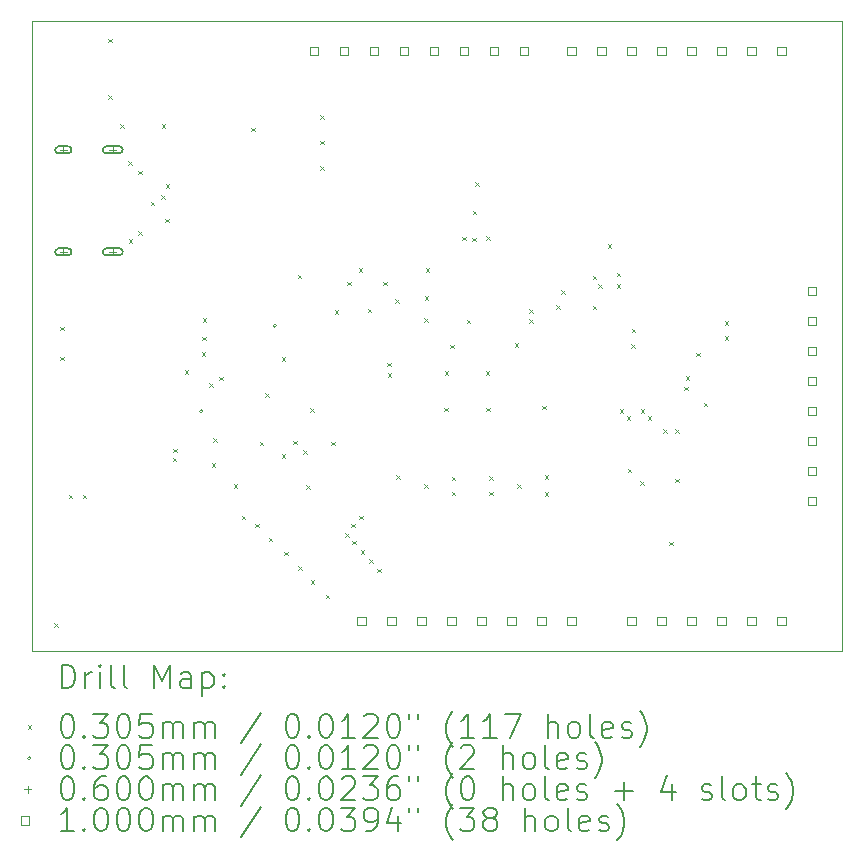
<source format=gbr>
%TF.GenerationSoftware,KiCad,Pcbnew,(6.0.7-1)-1*%
%TF.CreationDate,2023-03-19T13:44:50-04:00*%
%TF.ProjectId,smu_base,736d755f-6261-4736-952e-6b696361645f,rev?*%
%TF.SameCoordinates,Original*%
%TF.FileFunction,Drillmap*%
%TF.FilePolarity,Positive*%
%FSLAX45Y45*%
G04 Gerber Fmt 4.5, Leading zero omitted, Abs format (unit mm)*
G04 Created by KiCad (PCBNEW (6.0.7-1)-1) date 2023-03-19 13:44:50*
%MOMM*%
%LPD*%
G01*
G04 APERTURE LIST*
%ADD10C,0.100000*%
%ADD11C,0.200000*%
%ADD12C,0.030480*%
%ADD13C,0.060000*%
G04 APERTURE END LIST*
D10*
X17272000Y-13462000D02*
X10414000Y-13462000D01*
X10414000Y-13462000D02*
X10414000Y-8128000D01*
X10414000Y-8128000D02*
X17272000Y-8128000D01*
X17272000Y-8128000D02*
X17272000Y-13462000D01*
D11*
D12*
X10604500Y-13225780D02*
X10634980Y-13256260D01*
X10634980Y-13225780D02*
X10604500Y-13256260D01*
X10652760Y-10716260D02*
X10683240Y-10746740D01*
X10683240Y-10716260D02*
X10652760Y-10746740D01*
X10652760Y-10970260D02*
X10683240Y-11000740D01*
X10683240Y-10970260D02*
X10652760Y-11000740D01*
X10725160Y-12139160D02*
X10755640Y-12169640D01*
X10755640Y-12139160D02*
X10725160Y-12169640D01*
X10845160Y-12139300D02*
X10875640Y-12169780D01*
X10875640Y-12139300D02*
X10845160Y-12169780D01*
X11060460Y-8279160D02*
X11090940Y-8309640D01*
X11090940Y-8279160D02*
X11060460Y-8309640D01*
X11060460Y-8759160D02*
X11090940Y-8789640D01*
X11090940Y-8759160D02*
X11060460Y-8789640D01*
X11163300Y-9001760D02*
X11193780Y-9032240D01*
X11193780Y-9001760D02*
X11163300Y-9032240D01*
X11231880Y-9316720D02*
X11262360Y-9347200D01*
X11262360Y-9316720D02*
X11231880Y-9347200D01*
X11234420Y-9974580D02*
X11264900Y-10005060D01*
X11264900Y-9974580D02*
X11234420Y-10005060D01*
X11315700Y-9395460D02*
X11346180Y-9425940D01*
X11346180Y-9395460D02*
X11315700Y-9425940D01*
X11315700Y-9911080D02*
X11346180Y-9941560D01*
X11346180Y-9911080D02*
X11315700Y-9941560D01*
X11419840Y-9658470D02*
X11450320Y-9688950D01*
X11450320Y-9658470D02*
X11419840Y-9688950D01*
X11511280Y-9603740D02*
X11541760Y-9634220D01*
X11541760Y-9603740D02*
X11511280Y-9634220D01*
X11513820Y-9001760D02*
X11544300Y-9032240D01*
X11544300Y-9001760D02*
X11513820Y-9032240D01*
X11544300Y-9801860D02*
X11574780Y-9832340D01*
X11574780Y-9801860D02*
X11544300Y-9832340D01*
X11546260Y-9508760D02*
X11576740Y-9539240D01*
X11576740Y-9508760D02*
X11546260Y-9539240D01*
X11607716Y-11826145D02*
X11638196Y-11856625D01*
X11638196Y-11826145D02*
X11607716Y-11856625D01*
X11610340Y-11750040D02*
X11640820Y-11780520D01*
X11640820Y-11750040D02*
X11610340Y-11780520D01*
X11709400Y-11087423D02*
X11739880Y-11117903D01*
X11739880Y-11087423D02*
X11709400Y-11117903D01*
X11851640Y-10932483D02*
X11882120Y-10962963D01*
X11882120Y-10932483D02*
X11851640Y-10962963D01*
X11855070Y-10801923D02*
X11885550Y-10832403D01*
X11885550Y-10801923D02*
X11855070Y-10832403D01*
X11859260Y-10642923D02*
X11889740Y-10673403D01*
X11889740Y-10642923D02*
X11859260Y-10673403D01*
X11915140Y-11193293D02*
X11945620Y-11223773D01*
X11945620Y-11193293D02*
X11915140Y-11223773D01*
X11935460Y-11874823D02*
X11965940Y-11905303D01*
X11965940Y-11874823D02*
X11935460Y-11905303D01*
X11948160Y-11661463D02*
X11978640Y-11691943D01*
X11978640Y-11661463D02*
X11948160Y-11691943D01*
X12000699Y-11139081D02*
X12031179Y-11169561D01*
X12031179Y-11139081D02*
X12000699Y-11169561D01*
X12123420Y-12052623D02*
X12153900Y-12083103D01*
X12153900Y-12052623D02*
X12123420Y-12083103D01*
X12192000Y-12316460D02*
X12222480Y-12346940D01*
X12222480Y-12316460D02*
X12192000Y-12346940D01*
X12273510Y-9032010D02*
X12303990Y-9062490D01*
X12303990Y-9032010D02*
X12273510Y-9062490D01*
X12303760Y-12385040D02*
X12334240Y-12415520D01*
X12334240Y-12385040D02*
X12303760Y-12415520D01*
X12341730Y-11689403D02*
X12372210Y-11719883D01*
X12372210Y-11689403D02*
X12341730Y-11719883D01*
X12390120Y-11277923D02*
X12420600Y-11308403D01*
X12420600Y-11277923D02*
X12390120Y-11308403D01*
X12418060Y-12504420D02*
X12448540Y-12534900D01*
X12448540Y-12504420D02*
X12418060Y-12534900D01*
X12529690Y-11798623D02*
X12560170Y-11829103D01*
X12560170Y-11798623D02*
X12529690Y-11829103D01*
X12529820Y-10975340D02*
X12560300Y-11005820D01*
X12560300Y-10975340D02*
X12529820Y-11005820D01*
X12550140Y-12623800D02*
X12580620Y-12654280D01*
X12580620Y-12623800D02*
X12550140Y-12654280D01*
X12629577Y-11683303D02*
X12660057Y-11713783D01*
X12660057Y-11683303D02*
X12629577Y-11713783D01*
X12665660Y-10275943D02*
X12696140Y-10306423D01*
X12696140Y-10275943D02*
X12665660Y-10306423D01*
X12666980Y-12743180D02*
X12697460Y-12773660D01*
X12697460Y-12743180D02*
X12666980Y-12773660D01*
X12713810Y-11764363D02*
X12744290Y-11794843D01*
X12744290Y-11764363D02*
X12713810Y-11794843D01*
X12737970Y-12057703D02*
X12768450Y-12088183D01*
X12768450Y-12057703D02*
X12737970Y-12088183D01*
X12771120Y-11404923D02*
X12801600Y-11435403D01*
X12801600Y-11404923D02*
X12771120Y-11435403D01*
X12776200Y-12865100D02*
X12806680Y-12895580D01*
X12806680Y-12865100D02*
X12776200Y-12895580D01*
X12857480Y-8925560D02*
X12887960Y-8956040D01*
X12887960Y-8925560D02*
X12857480Y-8956040D01*
X12857480Y-9141460D02*
X12887960Y-9171940D01*
X12887960Y-9141460D02*
X12857480Y-9171940D01*
X12857480Y-9357360D02*
X12887960Y-9387840D01*
X12887960Y-9357360D02*
X12857480Y-9387840D01*
X12902920Y-12984760D02*
X12933400Y-13015240D01*
X12933400Y-12984760D02*
X12902920Y-13015240D01*
X12948790Y-11689403D02*
X12979270Y-11719883D01*
X12979270Y-11689403D02*
X12948790Y-11719883D01*
X12978160Y-10578123D02*
X13008640Y-10608603D01*
X13008640Y-10578123D02*
X12978160Y-10608603D01*
X13065760Y-12466320D02*
X13096240Y-12496800D01*
X13096240Y-12466320D02*
X13065760Y-12496800D01*
X13086498Y-10335678D02*
X13116978Y-10366158D01*
X13116978Y-10335678D02*
X13086498Y-10366158D01*
X13119100Y-12385040D02*
X13149580Y-12415520D01*
X13149580Y-12385040D02*
X13119100Y-12415520D01*
X13126720Y-12529820D02*
X13157200Y-12560300D01*
X13157200Y-12529820D02*
X13126720Y-12560300D01*
X13180060Y-10223500D02*
X13210540Y-10253980D01*
X13210540Y-10223500D02*
X13180060Y-10253980D01*
X13187680Y-12316460D02*
X13218160Y-12346940D01*
X13218160Y-12316460D02*
X13187680Y-12346940D01*
X13197840Y-12608560D02*
X13228320Y-12639040D01*
X13228320Y-12608560D02*
X13197840Y-12639040D01*
X13256260Y-10566400D02*
X13286740Y-10596880D01*
X13286740Y-10566400D02*
X13256260Y-10596880D01*
X13268960Y-12684760D02*
X13299440Y-12715240D01*
X13299440Y-12684760D02*
X13268960Y-12715240D01*
X13340080Y-12766040D02*
X13370560Y-12796520D01*
X13370560Y-12766040D02*
X13340080Y-12796520D01*
X13388340Y-10335260D02*
X13418820Y-10365740D01*
X13418820Y-10335260D02*
X13388340Y-10365740D01*
X13423900Y-11023600D02*
X13454380Y-11054080D01*
X13454380Y-11023600D02*
X13423900Y-11054080D01*
X13426440Y-11109960D02*
X13456920Y-11140440D01*
X13456920Y-11109960D02*
X13426440Y-11140440D01*
X13491140Y-10486460D02*
X13521620Y-10516940D01*
X13521620Y-10486460D02*
X13491140Y-10516940D01*
X13497560Y-11972340D02*
X13528040Y-12002820D01*
X13528040Y-11972340D02*
X13497560Y-12002820D01*
X13733780Y-10647680D02*
X13764260Y-10678160D01*
X13764260Y-10647680D02*
X13733780Y-10678160D01*
X13735000Y-12049760D02*
X13765480Y-12080240D01*
X13765480Y-12049760D02*
X13735000Y-12080240D01*
X13738860Y-10457180D02*
X13769340Y-10487660D01*
X13769340Y-10457180D02*
X13738860Y-10487660D01*
X13749020Y-10223500D02*
X13779500Y-10253980D01*
X13779500Y-10223500D02*
X13749020Y-10253980D01*
X13903960Y-11404600D02*
X13934440Y-11435080D01*
X13934440Y-11404600D02*
X13903960Y-11435080D01*
X13908360Y-11092860D02*
X13938840Y-11123340D01*
X13938840Y-11092860D02*
X13908360Y-11123340D01*
X13957300Y-10868660D02*
X13987780Y-10899140D01*
X13987780Y-10868660D02*
X13957300Y-10899140D01*
X13967460Y-11986260D02*
X13997940Y-12016740D01*
X13997940Y-11986260D02*
X13967460Y-12016740D01*
X13967460Y-12115800D02*
X13997940Y-12146280D01*
X13997940Y-12115800D02*
X13967460Y-12146280D01*
X14058900Y-9954260D02*
X14089380Y-9984740D01*
X14089380Y-9954260D02*
X14058900Y-9984740D01*
X14094460Y-10657840D02*
X14124940Y-10688320D01*
X14124940Y-10657840D02*
X14094460Y-10688320D01*
X14140323Y-9963576D02*
X14170803Y-9994056D01*
X14170803Y-9963576D02*
X14140323Y-9994056D01*
X14146790Y-9735712D02*
X14177270Y-9766192D01*
X14177270Y-9735712D02*
X14146790Y-9766192D01*
X14169420Y-9495760D02*
X14199900Y-9526240D01*
X14199900Y-9495760D02*
X14169420Y-9526240D01*
X14258360Y-11095920D02*
X14288840Y-11126400D01*
X14288840Y-11095920D02*
X14258360Y-11126400D01*
X14259560Y-9951720D02*
X14290040Y-9982200D01*
X14290040Y-9951720D02*
X14259560Y-9982200D01*
X14259560Y-11404600D02*
X14290040Y-11435080D01*
X14290040Y-11404600D02*
X14259560Y-11435080D01*
X14287500Y-11983720D02*
X14317980Y-12014200D01*
X14317980Y-11983720D02*
X14287500Y-12014200D01*
X14287500Y-12113260D02*
X14317980Y-12143740D01*
X14317980Y-12113260D02*
X14287500Y-12143740D01*
X14503400Y-10855960D02*
X14533880Y-10886440D01*
X14533880Y-10855960D02*
X14503400Y-10886440D01*
X14522400Y-12049760D02*
X14552880Y-12080240D01*
X14552880Y-12049760D02*
X14522400Y-12080240D01*
X14625320Y-10571480D02*
X14655800Y-10601960D01*
X14655800Y-10571480D02*
X14625320Y-10601960D01*
X14625320Y-10652760D02*
X14655800Y-10683240D01*
X14655800Y-10652760D02*
X14625320Y-10683240D01*
X14737080Y-11386820D02*
X14767560Y-11417300D01*
X14767560Y-11386820D02*
X14737080Y-11417300D01*
X14754860Y-11976100D02*
X14785340Y-12006580D01*
X14785340Y-11976100D02*
X14754860Y-12006580D01*
X14754860Y-12120880D02*
X14785340Y-12151360D01*
X14785340Y-12120880D02*
X14754860Y-12151360D01*
X14854460Y-10536460D02*
X14884940Y-10566940D01*
X14884940Y-10536460D02*
X14854460Y-10566940D01*
X14894560Y-10408110D02*
X14925040Y-10438590D01*
X14925040Y-10408110D02*
X14894560Y-10438590D01*
X15163800Y-10284460D02*
X15194280Y-10314940D01*
X15194280Y-10284460D02*
X15163800Y-10314940D01*
X15163800Y-10538460D02*
X15194280Y-10568940D01*
X15194280Y-10538460D02*
X15163800Y-10568940D01*
X15209520Y-10355580D02*
X15240000Y-10386060D01*
X15240000Y-10355580D02*
X15209520Y-10386060D01*
X15288260Y-10017760D02*
X15318740Y-10048240D01*
X15318740Y-10017760D02*
X15288260Y-10048240D01*
X15364460Y-10259060D02*
X15394940Y-10289540D01*
X15394940Y-10259060D02*
X15364460Y-10289540D01*
X15364460Y-10355580D02*
X15394940Y-10386060D01*
X15394940Y-10355580D02*
X15364460Y-10386060D01*
X15392400Y-11414760D02*
X15422880Y-11445240D01*
X15422880Y-11414760D02*
X15392400Y-11445240D01*
X15450820Y-11475720D02*
X15481300Y-11506200D01*
X15481300Y-11475720D02*
X15450820Y-11506200D01*
X15458440Y-11920760D02*
X15488920Y-11951240D01*
X15488920Y-11920760D02*
X15458440Y-11951240D01*
X15489540Y-10864560D02*
X15520020Y-10895040D01*
X15520020Y-10864560D02*
X15489540Y-10895040D01*
X15492540Y-10734560D02*
X15523020Y-10765040D01*
X15523020Y-10734560D02*
X15492540Y-10765040D01*
X15565120Y-12024360D02*
X15595600Y-12054840D01*
X15595600Y-12024360D02*
X15565120Y-12054840D01*
X15567660Y-11414760D02*
X15598140Y-11445240D01*
X15598140Y-11414760D02*
X15567660Y-11445240D01*
X15628660Y-11475760D02*
X15659140Y-11506240D01*
X15659140Y-11475760D02*
X15628660Y-11506240D01*
X15760700Y-11584940D02*
X15791180Y-11615420D01*
X15791180Y-11584940D02*
X15760700Y-11615420D01*
X15811500Y-12537440D02*
X15841980Y-12567920D01*
X15841980Y-12537440D02*
X15811500Y-12567920D01*
X15859760Y-11587480D02*
X15890240Y-11617960D01*
X15890240Y-11587480D02*
X15859760Y-11617960D01*
X15859760Y-12004040D02*
X15890240Y-12034520D01*
X15890240Y-12004040D02*
X15859760Y-12034520D01*
X15938500Y-11226800D02*
X15968980Y-11257280D01*
X15968980Y-11226800D02*
X15938500Y-11257280D01*
X15949960Y-11134060D02*
X15980440Y-11164540D01*
X15980440Y-11134060D02*
X15949960Y-11164540D01*
X16040100Y-10937240D02*
X16070580Y-10967720D01*
X16070580Y-10937240D02*
X16040100Y-10967720D01*
X16102300Y-11361420D02*
X16132780Y-11391900D01*
X16132780Y-11361420D02*
X16102300Y-11391900D01*
X16280980Y-10799560D02*
X16311460Y-10830040D01*
X16311460Y-10799560D02*
X16280980Y-10830040D01*
X16281440Y-10669560D02*
X16311920Y-10700040D01*
X16311920Y-10669560D02*
X16281440Y-10700040D01*
X11862790Y-11432863D02*
G75*
G03*
X11862790Y-11432863I-15240J0D01*
G01*
X12485340Y-10710463D02*
G75*
G03*
X12485340Y-10710463I-15240J0D01*
G01*
D13*
X10680700Y-9190000D02*
X10680700Y-9250000D01*
X10650700Y-9220000D02*
X10710700Y-9220000D01*
D11*
X10720700Y-9190000D02*
X10640700Y-9190000D01*
X10720700Y-9250000D02*
X10640700Y-9250000D01*
X10640700Y-9190000D02*
G75*
G03*
X10640700Y-9250000I0J-30000D01*
G01*
X10720700Y-9250000D02*
G75*
G03*
X10720700Y-9190000I0J30000D01*
G01*
D13*
X10680700Y-10054000D02*
X10680700Y-10114000D01*
X10650700Y-10084000D02*
X10710700Y-10084000D01*
D11*
X10720700Y-10054000D02*
X10640700Y-10054000D01*
X10720700Y-10114000D02*
X10640700Y-10114000D01*
X10640700Y-10054000D02*
G75*
G03*
X10640700Y-10114000I0J-30000D01*
G01*
X10720700Y-10114000D02*
G75*
G03*
X10720700Y-10054000I0J30000D01*
G01*
D13*
X11098700Y-9190000D02*
X11098700Y-9250000D01*
X11068700Y-9220000D02*
X11128700Y-9220000D01*
D11*
X11153700Y-9190000D02*
X11043700Y-9190000D01*
X11153700Y-9250000D02*
X11043700Y-9250000D01*
X11043700Y-9190000D02*
G75*
G03*
X11043700Y-9250000I0J-30000D01*
G01*
X11153700Y-9250000D02*
G75*
G03*
X11153700Y-9190000I0J30000D01*
G01*
D13*
X11098700Y-10054000D02*
X11098700Y-10114000D01*
X11068700Y-10084000D02*
X11128700Y-10084000D01*
D11*
X11153700Y-10054000D02*
X11043700Y-10054000D01*
X11153700Y-10114000D02*
X11043700Y-10114000D01*
X11043700Y-10054000D02*
G75*
G03*
X11043700Y-10114000I0J-30000D01*
G01*
X11153700Y-10114000D02*
G75*
G03*
X11153700Y-10054000I0J30000D01*
G01*
D10*
X12836956Y-8417356D02*
X12836956Y-8346644D01*
X12766244Y-8346644D01*
X12766244Y-8417356D01*
X12836956Y-8417356D01*
X13090956Y-8417356D02*
X13090956Y-8346644D01*
X13020244Y-8346644D01*
X13020244Y-8417356D01*
X13090956Y-8417356D01*
X13241856Y-13245856D02*
X13241856Y-13175144D01*
X13171144Y-13175144D01*
X13171144Y-13245856D01*
X13241856Y-13245856D01*
X13344956Y-8417356D02*
X13344956Y-8346644D01*
X13274244Y-8346644D01*
X13274244Y-8417356D01*
X13344956Y-8417356D01*
X13495856Y-13245856D02*
X13495856Y-13175144D01*
X13425144Y-13175144D01*
X13425144Y-13245856D01*
X13495856Y-13245856D01*
X13598956Y-8417356D02*
X13598956Y-8346644D01*
X13528244Y-8346644D01*
X13528244Y-8417356D01*
X13598956Y-8417356D01*
X13749856Y-13245856D02*
X13749856Y-13175144D01*
X13679144Y-13175144D01*
X13679144Y-13245856D01*
X13749856Y-13245856D01*
X13852956Y-8417356D02*
X13852956Y-8346644D01*
X13782244Y-8346644D01*
X13782244Y-8417356D01*
X13852956Y-8417356D01*
X14003856Y-13245856D02*
X14003856Y-13175144D01*
X13933144Y-13175144D01*
X13933144Y-13245856D01*
X14003856Y-13245856D01*
X14106956Y-8417356D02*
X14106956Y-8346644D01*
X14036244Y-8346644D01*
X14036244Y-8417356D01*
X14106956Y-8417356D01*
X14257856Y-13245856D02*
X14257856Y-13175144D01*
X14187144Y-13175144D01*
X14187144Y-13245856D01*
X14257856Y-13245856D01*
X14360956Y-8417356D02*
X14360956Y-8346644D01*
X14290244Y-8346644D01*
X14290244Y-8417356D01*
X14360956Y-8417356D01*
X14511856Y-13245856D02*
X14511856Y-13175144D01*
X14441144Y-13175144D01*
X14441144Y-13245856D01*
X14511856Y-13245856D01*
X14614956Y-8417356D02*
X14614956Y-8346644D01*
X14544244Y-8346644D01*
X14544244Y-8417356D01*
X14614956Y-8417356D01*
X14765856Y-13245856D02*
X14765856Y-13175144D01*
X14695144Y-13175144D01*
X14695144Y-13245856D01*
X14765856Y-13245856D01*
X15019856Y-8419856D02*
X15019856Y-8349144D01*
X14949144Y-8349144D01*
X14949144Y-8419856D01*
X15019856Y-8419856D01*
X15019856Y-13245856D02*
X15019856Y-13175144D01*
X14949144Y-13175144D01*
X14949144Y-13245856D01*
X15019856Y-13245856D01*
X15273856Y-8419856D02*
X15273856Y-8349144D01*
X15203144Y-8349144D01*
X15203144Y-8419856D01*
X15273856Y-8419856D01*
X15526856Y-13245856D02*
X15526856Y-13175144D01*
X15456144Y-13175144D01*
X15456144Y-13245856D01*
X15526856Y-13245856D01*
X15527856Y-8419856D02*
X15527856Y-8349144D01*
X15457144Y-8349144D01*
X15457144Y-8419856D01*
X15527856Y-8419856D01*
X15780856Y-13245856D02*
X15780856Y-13175144D01*
X15710144Y-13175144D01*
X15710144Y-13245856D01*
X15780856Y-13245856D01*
X15781856Y-8419856D02*
X15781856Y-8349144D01*
X15711144Y-8349144D01*
X15711144Y-8419856D01*
X15781856Y-8419856D01*
X16034856Y-13245856D02*
X16034856Y-13175144D01*
X15964144Y-13175144D01*
X15964144Y-13245856D01*
X16034856Y-13245856D01*
X16035856Y-8419856D02*
X16035856Y-8349144D01*
X15965144Y-8349144D01*
X15965144Y-8419856D01*
X16035856Y-8419856D01*
X16288856Y-13245856D02*
X16288856Y-13175144D01*
X16218144Y-13175144D01*
X16218144Y-13245856D01*
X16288856Y-13245856D01*
X16289856Y-8419856D02*
X16289856Y-8349144D01*
X16219144Y-8349144D01*
X16219144Y-8419856D01*
X16289856Y-8419856D01*
X16542856Y-13245856D02*
X16542856Y-13175144D01*
X16472144Y-13175144D01*
X16472144Y-13245856D01*
X16542856Y-13245856D01*
X16543856Y-8419856D02*
X16543856Y-8349144D01*
X16473144Y-8349144D01*
X16473144Y-8419856D01*
X16543856Y-8419856D01*
X16796856Y-13245856D02*
X16796856Y-13175144D01*
X16726144Y-13175144D01*
X16726144Y-13245856D01*
X16796856Y-13245856D01*
X16797856Y-8419856D02*
X16797856Y-8349144D01*
X16727144Y-8349144D01*
X16727144Y-8419856D01*
X16797856Y-8419856D01*
X17055856Y-10449356D02*
X17055856Y-10378644D01*
X16985144Y-10378644D01*
X16985144Y-10449356D01*
X17055856Y-10449356D01*
X17055856Y-10703356D02*
X17055856Y-10632644D01*
X16985144Y-10632644D01*
X16985144Y-10703356D01*
X17055856Y-10703356D01*
X17055856Y-10957356D02*
X17055856Y-10886644D01*
X16985144Y-10886644D01*
X16985144Y-10957356D01*
X17055856Y-10957356D01*
X17055856Y-11211356D02*
X17055856Y-11140644D01*
X16985144Y-11140644D01*
X16985144Y-11211356D01*
X17055856Y-11211356D01*
X17055856Y-11465356D02*
X17055856Y-11394644D01*
X16985144Y-11394644D01*
X16985144Y-11465356D01*
X17055856Y-11465356D01*
X17055856Y-11719356D02*
X17055856Y-11648644D01*
X16985144Y-11648644D01*
X16985144Y-11719356D01*
X17055856Y-11719356D01*
X17055856Y-11973356D02*
X17055856Y-11902644D01*
X16985144Y-11902644D01*
X16985144Y-11973356D01*
X17055856Y-11973356D01*
X17055856Y-12227356D02*
X17055856Y-12156644D01*
X16985144Y-12156644D01*
X16985144Y-12227356D01*
X17055856Y-12227356D01*
D11*
X10666619Y-13777476D02*
X10666619Y-13577476D01*
X10714238Y-13577476D01*
X10742810Y-13587000D01*
X10761857Y-13606048D01*
X10771381Y-13625095D01*
X10780905Y-13663190D01*
X10780905Y-13691762D01*
X10771381Y-13729857D01*
X10761857Y-13748905D01*
X10742810Y-13767952D01*
X10714238Y-13777476D01*
X10666619Y-13777476D01*
X10866619Y-13777476D02*
X10866619Y-13644143D01*
X10866619Y-13682238D02*
X10876143Y-13663190D01*
X10885667Y-13653667D01*
X10904714Y-13644143D01*
X10923762Y-13644143D01*
X10990429Y-13777476D02*
X10990429Y-13644143D01*
X10990429Y-13577476D02*
X10980905Y-13587000D01*
X10990429Y-13596524D01*
X10999952Y-13587000D01*
X10990429Y-13577476D01*
X10990429Y-13596524D01*
X11114238Y-13777476D02*
X11095190Y-13767952D01*
X11085667Y-13748905D01*
X11085667Y-13577476D01*
X11219000Y-13777476D02*
X11199952Y-13767952D01*
X11190428Y-13748905D01*
X11190428Y-13577476D01*
X11447571Y-13777476D02*
X11447571Y-13577476D01*
X11514238Y-13720333D01*
X11580905Y-13577476D01*
X11580905Y-13777476D01*
X11761857Y-13777476D02*
X11761857Y-13672714D01*
X11752333Y-13653667D01*
X11733286Y-13644143D01*
X11695190Y-13644143D01*
X11676143Y-13653667D01*
X11761857Y-13767952D02*
X11742809Y-13777476D01*
X11695190Y-13777476D01*
X11676143Y-13767952D01*
X11666619Y-13748905D01*
X11666619Y-13729857D01*
X11676143Y-13710809D01*
X11695190Y-13701286D01*
X11742809Y-13701286D01*
X11761857Y-13691762D01*
X11857095Y-13644143D02*
X11857095Y-13844143D01*
X11857095Y-13653667D02*
X11876143Y-13644143D01*
X11914238Y-13644143D01*
X11933286Y-13653667D01*
X11942809Y-13663190D01*
X11952333Y-13682238D01*
X11952333Y-13739381D01*
X11942809Y-13758428D01*
X11933286Y-13767952D01*
X11914238Y-13777476D01*
X11876143Y-13777476D01*
X11857095Y-13767952D01*
X12038048Y-13758428D02*
X12047571Y-13767952D01*
X12038048Y-13777476D01*
X12028524Y-13767952D01*
X12038048Y-13758428D01*
X12038048Y-13777476D01*
X12038048Y-13653667D02*
X12047571Y-13663190D01*
X12038048Y-13672714D01*
X12028524Y-13663190D01*
X12038048Y-13653667D01*
X12038048Y-13672714D01*
D12*
X10378520Y-14091760D02*
X10409000Y-14122240D01*
X10409000Y-14091760D02*
X10378520Y-14122240D01*
D11*
X10704714Y-13997476D02*
X10723762Y-13997476D01*
X10742810Y-14007000D01*
X10752333Y-14016524D01*
X10761857Y-14035571D01*
X10771381Y-14073667D01*
X10771381Y-14121286D01*
X10761857Y-14159381D01*
X10752333Y-14178428D01*
X10742810Y-14187952D01*
X10723762Y-14197476D01*
X10704714Y-14197476D01*
X10685667Y-14187952D01*
X10676143Y-14178428D01*
X10666619Y-14159381D01*
X10657095Y-14121286D01*
X10657095Y-14073667D01*
X10666619Y-14035571D01*
X10676143Y-14016524D01*
X10685667Y-14007000D01*
X10704714Y-13997476D01*
X10857095Y-14178428D02*
X10866619Y-14187952D01*
X10857095Y-14197476D01*
X10847571Y-14187952D01*
X10857095Y-14178428D01*
X10857095Y-14197476D01*
X10933286Y-13997476D02*
X11057095Y-13997476D01*
X10990429Y-14073667D01*
X11019000Y-14073667D01*
X11038048Y-14083190D01*
X11047571Y-14092714D01*
X11057095Y-14111762D01*
X11057095Y-14159381D01*
X11047571Y-14178428D01*
X11038048Y-14187952D01*
X11019000Y-14197476D01*
X10961857Y-14197476D01*
X10942810Y-14187952D01*
X10933286Y-14178428D01*
X11180905Y-13997476D02*
X11199952Y-13997476D01*
X11219000Y-14007000D01*
X11228524Y-14016524D01*
X11238048Y-14035571D01*
X11247571Y-14073667D01*
X11247571Y-14121286D01*
X11238048Y-14159381D01*
X11228524Y-14178428D01*
X11219000Y-14187952D01*
X11199952Y-14197476D01*
X11180905Y-14197476D01*
X11161857Y-14187952D01*
X11152333Y-14178428D01*
X11142810Y-14159381D01*
X11133286Y-14121286D01*
X11133286Y-14073667D01*
X11142810Y-14035571D01*
X11152333Y-14016524D01*
X11161857Y-14007000D01*
X11180905Y-13997476D01*
X11428524Y-13997476D02*
X11333286Y-13997476D01*
X11323762Y-14092714D01*
X11333286Y-14083190D01*
X11352333Y-14073667D01*
X11399952Y-14073667D01*
X11419000Y-14083190D01*
X11428524Y-14092714D01*
X11438048Y-14111762D01*
X11438048Y-14159381D01*
X11428524Y-14178428D01*
X11419000Y-14187952D01*
X11399952Y-14197476D01*
X11352333Y-14197476D01*
X11333286Y-14187952D01*
X11323762Y-14178428D01*
X11523762Y-14197476D02*
X11523762Y-14064143D01*
X11523762Y-14083190D02*
X11533286Y-14073667D01*
X11552333Y-14064143D01*
X11580905Y-14064143D01*
X11599952Y-14073667D01*
X11609476Y-14092714D01*
X11609476Y-14197476D01*
X11609476Y-14092714D02*
X11619000Y-14073667D01*
X11638048Y-14064143D01*
X11666619Y-14064143D01*
X11685667Y-14073667D01*
X11695190Y-14092714D01*
X11695190Y-14197476D01*
X11790428Y-14197476D02*
X11790428Y-14064143D01*
X11790428Y-14083190D02*
X11799952Y-14073667D01*
X11819000Y-14064143D01*
X11847571Y-14064143D01*
X11866619Y-14073667D01*
X11876143Y-14092714D01*
X11876143Y-14197476D01*
X11876143Y-14092714D02*
X11885667Y-14073667D01*
X11904714Y-14064143D01*
X11933286Y-14064143D01*
X11952333Y-14073667D01*
X11961857Y-14092714D01*
X11961857Y-14197476D01*
X12352333Y-13987952D02*
X12180905Y-14245095D01*
X12609476Y-13997476D02*
X12628524Y-13997476D01*
X12647571Y-14007000D01*
X12657095Y-14016524D01*
X12666619Y-14035571D01*
X12676143Y-14073667D01*
X12676143Y-14121286D01*
X12666619Y-14159381D01*
X12657095Y-14178428D01*
X12647571Y-14187952D01*
X12628524Y-14197476D01*
X12609476Y-14197476D01*
X12590428Y-14187952D01*
X12580905Y-14178428D01*
X12571381Y-14159381D01*
X12561857Y-14121286D01*
X12561857Y-14073667D01*
X12571381Y-14035571D01*
X12580905Y-14016524D01*
X12590428Y-14007000D01*
X12609476Y-13997476D01*
X12761857Y-14178428D02*
X12771381Y-14187952D01*
X12761857Y-14197476D01*
X12752333Y-14187952D01*
X12761857Y-14178428D01*
X12761857Y-14197476D01*
X12895190Y-13997476D02*
X12914238Y-13997476D01*
X12933286Y-14007000D01*
X12942809Y-14016524D01*
X12952333Y-14035571D01*
X12961857Y-14073667D01*
X12961857Y-14121286D01*
X12952333Y-14159381D01*
X12942809Y-14178428D01*
X12933286Y-14187952D01*
X12914238Y-14197476D01*
X12895190Y-14197476D01*
X12876143Y-14187952D01*
X12866619Y-14178428D01*
X12857095Y-14159381D01*
X12847571Y-14121286D01*
X12847571Y-14073667D01*
X12857095Y-14035571D01*
X12866619Y-14016524D01*
X12876143Y-14007000D01*
X12895190Y-13997476D01*
X13152333Y-14197476D02*
X13038048Y-14197476D01*
X13095190Y-14197476D02*
X13095190Y-13997476D01*
X13076143Y-14026048D01*
X13057095Y-14045095D01*
X13038048Y-14054619D01*
X13228524Y-14016524D02*
X13238048Y-14007000D01*
X13257095Y-13997476D01*
X13304714Y-13997476D01*
X13323762Y-14007000D01*
X13333286Y-14016524D01*
X13342809Y-14035571D01*
X13342809Y-14054619D01*
X13333286Y-14083190D01*
X13219000Y-14197476D01*
X13342809Y-14197476D01*
X13466619Y-13997476D02*
X13485667Y-13997476D01*
X13504714Y-14007000D01*
X13514238Y-14016524D01*
X13523762Y-14035571D01*
X13533286Y-14073667D01*
X13533286Y-14121286D01*
X13523762Y-14159381D01*
X13514238Y-14178428D01*
X13504714Y-14187952D01*
X13485667Y-14197476D01*
X13466619Y-14197476D01*
X13447571Y-14187952D01*
X13438048Y-14178428D01*
X13428524Y-14159381D01*
X13419000Y-14121286D01*
X13419000Y-14073667D01*
X13428524Y-14035571D01*
X13438048Y-14016524D01*
X13447571Y-14007000D01*
X13466619Y-13997476D01*
X13609476Y-13997476D02*
X13609476Y-14035571D01*
X13685667Y-13997476D02*
X13685667Y-14035571D01*
X13980905Y-14273667D02*
X13971381Y-14264143D01*
X13952333Y-14235571D01*
X13942809Y-14216524D01*
X13933286Y-14187952D01*
X13923762Y-14140333D01*
X13923762Y-14102238D01*
X13933286Y-14054619D01*
X13942809Y-14026048D01*
X13952333Y-14007000D01*
X13971381Y-13978428D01*
X13980905Y-13968905D01*
X14161857Y-14197476D02*
X14047571Y-14197476D01*
X14104714Y-14197476D02*
X14104714Y-13997476D01*
X14085667Y-14026048D01*
X14066619Y-14045095D01*
X14047571Y-14054619D01*
X14352333Y-14197476D02*
X14238048Y-14197476D01*
X14295190Y-14197476D02*
X14295190Y-13997476D01*
X14276143Y-14026048D01*
X14257095Y-14045095D01*
X14238048Y-14054619D01*
X14419000Y-13997476D02*
X14552333Y-13997476D01*
X14466619Y-14197476D01*
X14780905Y-14197476D02*
X14780905Y-13997476D01*
X14866619Y-14197476D02*
X14866619Y-14092714D01*
X14857095Y-14073667D01*
X14838048Y-14064143D01*
X14809476Y-14064143D01*
X14790428Y-14073667D01*
X14780905Y-14083190D01*
X14990428Y-14197476D02*
X14971381Y-14187952D01*
X14961857Y-14178428D01*
X14952333Y-14159381D01*
X14952333Y-14102238D01*
X14961857Y-14083190D01*
X14971381Y-14073667D01*
X14990428Y-14064143D01*
X15019000Y-14064143D01*
X15038048Y-14073667D01*
X15047571Y-14083190D01*
X15057095Y-14102238D01*
X15057095Y-14159381D01*
X15047571Y-14178428D01*
X15038048Y-14187952D01*
X15019000Y-14197476D01*
X14990428Y-14197476D01*
X15171381Y-14197476D02*
X15152333Y-14187952D01*
X15142809Y-14168905D01*
X15142809Y-13997476D01*
X15323762Y-14187952D02*
X15304714Y-14197476D01*
X15266619Y-14197476D01*
X15247571Y-14187952D01*
X15238048Y-14168905D01*
X15238048Y-14092714D01*
X15247571Y-14073667D01*
X15266619Y-14064143D01*
X15304714Y-14064143D01*
X15323762Y-14073667D01*
X15333286Y-14092714D01*
X15333286Y-14111762D01*
X15238048Y-14130809D01*
X15409476Y-14187952D02*
X15428524Y-14197476D01*
X15466619Y-14197476D01*
X15485667Y-14187952D01*
X15495190Y-14168905D01*
X15495190Y-14159381D01*
X15485667Y-14140333D01*
X15466619Y-14130809D01*
X15438048Y-14130809D01*
X15419000Y-14121286D01*
X15409476Y-14102238D01*
X15409476Y-14092714D01*
X15419000Y-14073667D01*
X15438048Y-14064143D01*
X15466619Y-14064143D01*
X15485667Y-14073667D01*
X15561857Y-14273667D02*
X15571381Y-14264143D01*
X15590428Y-14235571D01*
X15599952Y-14216524D01*
X15609476Y-14187952D01*
X15619000Y-14140333D01*
X15619000Y-14102238D01*
X15609476Y-14054619D01*
X15599952Y-14026048D01*
X15590428Y-14007000D01*
X15571381Y-13978428D01*
X15561857Y-13968905D01*
D12*
X10409000Y-14371000D02*
G75*
G03*
X10409000Y-14371000I-15240J0D01*
G01*
D11*
X10704714Y-14261476D02*
X10723762Y-14261476D01*
X10742810Y-14271000D01*
X10752333Y-14280524D01*
X10761857Y-14299571D01*
X10771381Y-14337667D01*
X10771381Y-14385286D01*
X10761857Y-14423381D01*
X10752333Y-14442428D01*
X10742810Y-14451952D01*
X10723762Y-14461476D01*
X10704714Y-14461476D01*
X10685667Y-14451952D01*
X10676143Y-14442428D01*
X10666619Y-14423381D01*
X10657095Y-14385286D01*
X10657095Y-14337667D01*
X10666619Y-14299571D01*
X10676143Y-14280524D01*
X10685667Y-14271000D01*
X10704714Y-14261476D01*
X10857095Y-14442428D02*
X10866619Y-14451952D01*
X10857095Y-14461476D01*
X10847571Y-14451952D01*
X10857095Y-14442428D01*
X10857095Y-14461476D01*
X10933286Y-14261476D02*
X11057095Y-14261476D01*
X10990429Y-14337667D01*
X11019000Y-14337667D01*
X11038048Y-14347190D01*
X11047571Y-14356714D01*
X11057095Y-14375762D01*
X11057095Y-14423381D01*
X11047571Y-14442428D01*
X11038048Y-14451952D01*
X11019000Y-14461476D01*
X10961857Y-14461476D01*
X10942810Y-14451952D01*
X10933286Y-14442428D01*
X11180905Y-14261476D02*
X11199952Y-14261476D01*
X11219000Y-14271000D01*
X11228524Y-14280524D01*
X11238048Y-14299571D01*
X11247571Y-14337667D01*
X11247571Y-14385286D01*
X11238048Y-14423381D01*
X11228524Y-14442428D01*
X11219000Y-14451952D01*
X11199952Y-14461476D01*
X11180905Y-14461476D01*
X11161857Y-14451952D01*
X11152333Y-14442428D01*
X11142810Y-14423381D01*
X11133286Y-14385286D01*
X11133286Y-14337667D01*
X11142810Y-14299571D01*
X11152333Y-14280524D01*
X11161857Y-14271000D01*
X11180905Y-14261476D01*
X11428524Y-14261476D02*
X11333286Y-14261476D01*
X11323762Y-14356714D01*
X11333286Y-14347190D01*
X11352333Y-14337667D01*
X11399952Y-14337667D01*
X11419000Y-14347190D01*
X11428524Y-14356714D01*
X11438048Y-14375762D01*
X11438048Y-14423381D01*
X11428524Y-14442428D01*
X11419000Y-14451952D01*
X11399952Y-14461476D01*
X11352333Y-14461476D01*
X11333286Y-14451952D01*
X11323762Y-14442428D01*
X11523762Y-14461476D02*
X11523762Y-14328143D01*
X11523762Y-14347190D02*
X11533286Y-14337667D01*
X11552333Y-14328143D01*
X11580905Y-14328143D01*
X11599952Y-14337667D01*
X11609476Y-14356714D01*
X11609476Y-14461476D01*
X11609476Y-14356714D02*
X11619000Y-14337667D01*
X11638048Y-14328143D01*
X11666619Y-14328143D01*
X11685667Y-14337667D01*
X11695190Y-14356714D01*
X11695190Y-14461476D01*
X11790428Y-14461476D02*
X11790428Y-14328143D01*
X11790428Y-14347190D02*
X11799952Y-14337667D01*
X11819000Y-14328143D01*
X11847571Y-14328143D01*
X11866619Y-14337667D01*
X11876143Y-14356714D01*
X11876143Y-14461476D01*
X11876143Y-14356714D02*
X11885667Y-14337667D01*
X11904714Y-14328143D01*
X11933286Y-14328143D01*
X11952333Y-14337667D01*
X11961857Y-14356714D01*
X11961857Y-14461476D01*
X12352333Y-14251952D02*
X12180905Y-14509095D01*
X12609476Y-14261476D02*
X12628524Y-14261476D01*
X12647571Y-14271000D01*
X12657095Y-14280524D01*
X12666619Y-14299571D01*
X12676143Y-14337667D01*
X12676143Y-14385286D01*
X12666619Y-14423381D01*
X12657095Y-14442428D01*
X12647571Y-14451952D01*
X12628524Y-14461476D01*
X12609476Y-14461476D01*
X12590428Y-14451952D01*
X12580905Y-14442428D01*
X12571381Y-14423381D01*
X12561857Y-14385286D01*
X12561857Y-14337667D01*
X12571381Y-14299571D01*
X12580905Y-14280524D01*
X12590428Y-14271000D01*
X12609476Y-14261476D01*
X12761857Y-14442428D02*
X12771381Y-14451952D01*
X12761857Y-14461476D01*
X12752333Y-14451952D01*
X12761857Y-14442428D01*
X12761857Y-14461476D01*
X12895190Y-14261476D02*
X12914238Y-14261476D01*
X12933286Y-14271000D01*
X12942809Y-14280524D01*
X12952333Y-14299571D01*
X12961857Y-14337667D01*
X12961857Y-14385286D01*
X12952333Y-14423381D01*
X12942809Y-14442428D01*
X12933286Y-14451952D01*
X12914238Y-14461476D01*
X12895190Y-14461476D01*
X12876143Y-14451952D01*
X12866619Y-14442428D01*
X12857095Y-14423381D01*
X12847571Y-14385286D01*
X12847571Y-14337667D01*
X12857095Y-14299571D01*
X12866619Y-14280524D01*
X12876143Y-14271000D01*
X12895190Y-14261476D01*
X13152333Y-14461476D02*
X13038048Y-14461476D01*
X13095190Y-14461476D02*
X13095190Y-14261476D01*
X13076143Y-14290048D01*
X13057095Y-14309095D01*
X13038048Y-14318619D01*
X13228524Y-14280524D02*
X13238048Y-14271000D01*
X13257095Y-14261476D01*
X13304714Y-14261476D01*
X13323762Y-14271000D01*
X13333286Y-14280524D01*
X13342809Y-14299571D01*
X13342809Y-14318619D01*
X13333286Y-14347190D01*
X13219000Y-14461476D01*
X13342809Y-14461476D01*
X13466619Y-14261476D02*
X13485667Y-14261476D01*
X13504714Y-14271000D01*
X13514238Y-14280524D01*
X13523762Y-14299571D01*
X13533286Y-14337667D01*
X13533286Y-14385286D01*
X13523762Y-14423381D01*
X13514238Y-14442428D01*
X13504714Y-14451952D01*
X13485667Y-14461476D01*
X13466619Y-14461476D01*
X13447571Y-14451952D01*
X13438048Y-14442428D01*
X13428524Y-14423381D01*
X13419000Y-14385286D01*
X13419000Y-14337667D01*
X13428524Y-14299571D01*
X13438048Y-14280524D01*
X13447571Y-14271000D01*
X13466619Y-14261476D01*
X13609476Y-14261476D02*
X13609476Y-14299571D01*
X13685667Y-14261476D02*
X13685667Y-14299571D01*
X13980905Y-14537667D02*
X13971381Y-14528143D01*
X13952333Y-14499571D01*
X13942809Y-14480524D01*
X13933286Y-14451952D01*
X13923762Y-14404333D01*
X13923762Y-14366238D01*
X13933286Y-14318619D01*
X13942809Y-14290048D01*
X13952333Y-14271000D01*
X13971381Y-14242428D01*
X13980905Y-14232905D01*
X14047571Y-14280524D02*
X14057095Y-14271000D01*
X14076143Y-14261476D01*
X14123762Y-14261476D01*
X14142809Y-14271000D01*
X14152333Y-14280524D01*
X14161857Y-14299571D01*
X14161857Y-14318619D01*
X14152333Y-14347190D01*
X14038048Y-14461476D01*
X14161857Y-14461476D01*
X14399952Y-14461476D02*
X14399952Y-14261476D01*
X14485667Y-14461476D02*
X14485667Y-14356714D01*
X14476143Y-14337667D01*
X14457095Y-14328143D01*
X14428524Y-14328143D01*
X14409476Y-14337667D01*
X14399952Y-14347190D01*
X14609476Y-14461476D02*
X14590428Y-14451952D01*
X14580905Y-14442428D01*
X14571381Y-14423381D01*
X14571381Y-14366238D01*
X14580905Y-14347190D01*
X14590428Y-14337667D01*
X14609476Y-14328143D01*
X14638048Y-14328143D01*
X14657095Y-14337667D01*
X14666619Y-14347190D01*
X14676143Y-14366238D01*
X14676143Y-14423381D01*
X14666619Y-14442428D01*
X14657095Y-14451952D01*
X14638048Y-14461476D01*
X14609476Y-14461476D01*
X14790428Y-14461476D02*
X14771381Y-14451952D01*
X14761857Y-14432905D01*
X14761857Y-14261476D01*
X14942809Y-14451952D02*
X14923762Y-14461476D01*
X14885667Y-14461476D01*
X14866619Y-14451952D01*
X14857095Y-14432905D01*
X14857095Y-14356714D01*
X14866619Y-14337667D01*
X14885667Y-14328143D01*
X14923762Y-14328143D01*
X14942809Y-14337667D01*
X14952333Y-14356714D01*
X14952333Y-14375762D01*
X14857095Y-14394809D01*
X15028524Y-14451952D02*
X15047571Y-14461476D01*
X15085667Y-14461476D01*
X15104714Y-14451952D01*
X15114238Y-14432905D01*
X15114238Y-14423381D01*
X15104714Y-14404333D01*
X15085667Y-14394809D01*
X15057095Y-14394809D01*
X15038048Y-14385286D01*
X15028524Y-14366238D01*
X15028524Y-14356714D01*
X15038048Y-14337667D01*
X15057095Y-14328143D01*
X15085667Y-14328143D01*
X15104714Y-14337667D01*
X15180905Y-14537667D02*
X15190428Y-14528143D01*
X15209476Y-14499571D01*
X15219000Y-14480524D01*
X15228524Y-14451952D01*
X15238048Y-14404333D01*
X15238048Y-14366238D01*
X15228524Y-14318619D01*
X15219000Y-14290048D01*
X15209476Y-14271000D01*
X15190428Y-14242428D01*
X15180905Y-14232905D01*
D13*
X10379000Y-14605000D02*
X10379000Y-14665000D01*
X10349000Y-14635000D02*
X10409000Y-14635000D01*
D11*
X10704714Y-14525476D02*
X10723762Y-14525476D01*
X10742810Y-14535000D01*
X10752333Y-14544524D01*
X10761857Y-14563571D01*
X10771381Y-14601667D01*
X10771381Y-14649286D01*
X10761857Y-14687381D01*
X10752333Y-14706428D01*
X10742810Y-14715952D01*
X10723762Y-14725476D01*
X10704714Y-14725476D01*
X10685667Y-14715952D01*
X10676143Y-14706428D01*
X10666619Y-14687381D01*
X10657095Y-14649286D01*
X10657095Y-14601667D01*
X10666619Y-14563571D01*
X10676143Y-14544524D01*
X10685667Y-14535000D01*
X10704714Y-14525476D01*
X10857095Y-14706428D02*
X10866619Y-14715952D01*
X10857095Y-14725476D01*
X10847571Y-14715952D01*
X10857095Y-14706428D01*
X10857095Y-14725476D01*
X11038048Y-14525476D02*
X10999952Y-14525476D01*
X10980905Y-14535000D01*
X10971381Y-14544524D01*
X10952333Y-14573095D01*
X10942810Y-14611190D01*
X10942810Y-14687381D01*
X10952333Y-14706428D01*
X10961857Y-14715952D01*
X10980905Y-14725476D01*
X11019000Y-14725476D01*
X11038048Y-14715952D01*
X11047571Y-14706428D01*
X11057095Y-14687381D01*
X11057095Y-14639762D01*
X11047571Y-14620714D01*
X11038048Y-14611190D01*
X11019000Y-14601667D01*
X10980905Y-14601667D01*
X10961857Y-14611190D01*
X10952333Y-14620714D01*
X10942810Y-14639762D01*
X11180905Y-14525476D02*
X11199952Y-14525476D01*
X11219000Y-14535000D01*
X11228524Y-14544524D01*
X11238048Y-14563571D01*
X11247571Y-14601667D01*
X11247571Y-14649286D01*
X11238048Y-14687381D01*
X11228524Y-14706428D01*
X11219000Y-14715952D01*
X11199952Y-14725476D01*
X11180905Y-14725476D01*
X11161857Y-14715952D01*
X11152333Y-14706428D01*
X11142810Y-14687381D01*
X11133286Y-14649286D01*
X11133286Y-14601667D01*
X11142810Y-14563571D01*
X11152333Y-14544524D01*
X11161857Y-14535000D01*
X11180905Y-14525476D01*
X11371381Y-14525476D02*
X11390428Y-14525476D01*
X11409476Y-14535000D01*
X11419000Y-14544524D01*
X11428524Y-14563571D01*
X11438048Y-14601667D01*
X11438048Y-14649286D01*
X11428524Y-14687381D01*
X11419000Y-14706428D01*
X11409476Y-14715952D01*
X11390428Y-14725476D01*
X11371381Y-14725476D01*
X11352333Y-14715952D01*
X11342809Y-14706428D01*
X11333286Y-14687381D01*
X11323762Y-14649286D01*
X11323762Y-14601667D01*
X11333286Y-14563571D01*
X11342809Y-14544524D01*
X11352333Y-14535000D01*
X11371381Y-14525476D01*
X11523762Y-14725476D02*
X11523762Y-14592143D01*
X11523762Y-14611190D02*
X11533286Y-14601667D01*
X11552333Y-14592143D01*
X11580905Y-14592143D01*
X11599952Y-14601667D01*
X11609476Y-14620714D01*
X11609476Y-14725476D01*
X11609476Y-14620714D02*
X11619000Y-14601667D01*
X11638048Y-14592143D01*
X11666619Y-14592143D01*
X11685667Y-14601667D01*
X11695190Y-14620714D01*
X11695190Y-14725476D01*
X11790428Y-14725476D02*
X11790428Y-14592143D01*
X11790428Y-14611190D02*
X11799952Y-14601667D01*
X11819000Y-14592143D01*
X11847571Y-14592143D01*
X11866619Y-14601667D01*
X11876143Y-14620714D01*
X11876143Y-14725476D01*
X11876143Y-14620714D02*
X11885667Y-14601667D01*
X11904714Y-14592143D01*
X11933286Y-14592143D01*
X11952333Y-14601667D01*
X11961857Y-14620714D01*
X11961857Y-14725476D01*
X12352333Y-14515952D02*
X12180905Y-14773095D01*
X12609476Y-14525476D02*
X12628524Y-14525476D01*
X12647571Y-14535000D01*
X12657095Y-14544524D01*
X12666619Y-14563571D01*
X12676143Y-14601667D01*
X12676143Y-14649286D01*
X12666619Y-14687381D01*
X12657095Y-14706428D01*
X12647571Y-14715952D01*
X12628524Y-14725476D01*
X12609476Y-14725476D01*
X12590428Y-14715952D01*
X12580905Y-14706428D01*
X12571381Y-14687381D01*
X12561857Y-14649286D01*
X12561857Y-14601667D01*
X12571381Y-14563571D01*
X12580905Y-14544524D01*
X12590428Y-14535000D01*
X12609476Y-14525476D01*
X12761857Y-14706428D02*
X12771381Y-14715952D01*
X12761857Y-14725476D01*
X12752333Y-14715952D01*
X12761857Y-14706428D01*
X12761857Y-14725476D01*
X12895190Y-14525476D02*
X12914238Y-14525476D01*
X12933286Y-14535000D01*
X12942809Y-14544524D01*
X12952333Y-14563571D01*
X12961857Y-14601667D01*
X12961857Y-14649286D01*
X12952333Y-14687381D01*
X12942809Y-14706428D01*
X12933286Y-14715952D01*
X12914238Y-14725476D01*
X12895190Y-14725476D01*
X12876143Y-14715952D01*
X12866619Y-14706428D01*
X12857095Y-14687381D01*
X12847571Y-14649286D01*
X12847571Y-14601667D01*
X12857095Y-14563571D01*
X12866619Y-14544524D01*
X12876143Y-14535000D01*
X12895190Y-14525476D01*
X13038048Y-14544524D02*
X13047571Y-14535000D01*
X13066619Y-14525476D01*
X13114238Y-14525476D01*
X13133286Y-14535000D01*
X13142809Y-14544524D01*
X13152333Y-14563571D01*
X13152333Y-14582619D01*
X13142809Y-14611190D01*
X13028524Y-14725476D01*
X13152333Y-14725476D01*
X13219000Y-14525476D02*
X13342809Y-14525476D01*
X13276143Y-14601667D01*
X13304714Y-14601667D01*
X13323762Y-14611190D01*
X13333286Y-14620714D01*
X13342809Y-14639762D01*
X13342809Y-14687381D01*
X13333286Y-14706428D01*
X13323762Y-14715952D01*
X13304714Y-14725476D01*
X13247571Y-14725476D01*
X13228524Y-14715952D01*
X13219000Y-14706428D01*
X13514238Y-14525476D02*
X13476143Y-14525476D01*
X13457095Y-14535000D01*
X13447571Y-14544524D01*
X13428524Y-14573095D01*
X13419000Y-14611190D01*
X13419000Y-14687381D01*
X13428524Y-14706428D01*
X13438048Y-14715952D01*
X13457095Y-14725476D01*
X13495190Y-14725476D01*
X13514238Y-14715952D01*
X13523762Y-14706428D01*
X13533286Y-14687381D01*
X13533286Y-14639762D01*
X13523762Y-14620714D01*
X13514238Y-14611190D01*
X13495190Y-14601667D01*
X13457095Y-14601667D01*
X13438048Y-14611190D01*
X13428524Y-14620714D01*
X13419000Y-14639762D01*
X13609476Y-14525476D02*
X13609476Y-14563571D01*
X13685667Y-14525476D02*
X13685667Y-14563571D01*
X13980905Y-14801667D02*
X13971381Y-14792143D01*
X13952333Y-14763571D01*
X13942809Y-14744524D01*
X13933286Y-14715952D01*
X13923762Y-14668333D01*
X13923762Y-14630238D01*
X13933286Y-14582619D01*
X13942809Y-14554048D01*
X13952333Y-14535000D01*
X13971381Y-14506428D01*
X13980905Y-14496905D01*
X14095190Y-14525476D02*
X14114238Y-14525476D01*
X14133286Y-14535000D01*
X14142809Y-14544524D01*
X14152333Y-14563571D01*
X14161857Y-14601667D01*
X14161857Y-14649286D01*
X14152333Y-14687381D01*
X14142809Y-14706428D01*
X14133286Y-14715952D01*
X14114238Y-14725476D01*
X14095190Y-14725476D01*
X14076143Y-14715952D01*
X14066619Y-14706428D01*
X14057095Y-14687381D01*
X14047571Y-14649286D01*
X14047571Y-14601667D01*
X14057095Y-14563571D01*
X14066619Y-14544524D01*
X14076143Y-14535000D01*
X14095190Y-14525476D01*
X14399952Y-14725476D02*
X14399952Y-14525476D01*
X14485667Y-14725476D02*
X14485667Y-14620714D01*
X14476143Y-14601667D01*
X14457095Y-14592143D01*
X14428524Y-14592143D01*
X14409476Y-14601667D01*
X14399952Y-14611190D01*
X14609476Y-14725476D02*
X14590428Y-14715952D01*
X14580905Y-14706428D01*
X14571381Y-14687381D01*
X14571381Y-14630238D01*
X14580905Y-14611190D01*
X14590428Y-14601667D01*
X14609476Y-14592143D01*
X14638048Y-14592143D01*
X14657095Y-14601667D01*
X14666619Y-14611190D01*
X14676143Y-14630238D01*
X14676143Y-14687381D01*
X14666619Y-14706428D01*
X14657095Y-14715952D01*
X14638048Y-14725476D01*
X14609476Y-14725476D01*
X14790428Y-14725476D02*
X14771381Y-14715952D01*
X14761857Y-14696905D01*
X14761857Y-14525476D01*
X14942809Y-14715952D02*
X14923762Y-14725476D01*
X14885667Y-14725476D01*
X14866619Y-14715952D01*
X14857095Y-14696905D01*
X14857095Y-14620714D01*
X14866619Y-14601667D01*
X14885667Y-14592143D01*
X14923762Y-14592143D01*
X14942809Y-14601667D01*
X14952333Y-14620714D01*
X14952333Y-14639762D01*
X14857095Y-14658809D01*
X15028524Y-14715952D02*
X15047571Y-14725476D01*
X15085667Y-14725476D01*
X15104714Y-14715952D01*
X15114238Y-14696905D01*
X15114238Y-14687381D01*
X15104714Y-14668333D01*
X15085667Y-14658809D01*
X15057095Y-14658809D01*
X15038048Y-14649286D01*
X15028524Y-14630238D01*
X15028524Y-14620714D01*
X15038048Y-14601667D01*
X15057095Y-14592143D01*
X15085667Y-14592143D01*
X15104714Y-14601667D01*
X15352333Y-14649286D02*
X15504714Y-14649286D01*
X15428524Y-14725476D02*
X15428524Y-14573095D01*
X15838048Y-14592143D02*
X15838048Y-14725476D01*
X15790428Y-14515952D02*
X15742809Y-14658809D01*
X15866619Y-14658809D01*
X16085667Y-14715952D02*
X16104714Y-14725476D01*
X16142809Y-14725476D01*
X16161857Y-14715952D01*
X16171381Y-14696905D01*
X16171381Y-14687381D01*
X16161857Y-14668333D01*
X16142809Y-14658809D01*
X16114238Y-14658809D01*
X16095190Y-14649286D01*
X16085667Y-14630238D01*
X16085667Y-14620714D01*
X16095190Y-14601667D01*
X16114238Y-14592143D01*
X16142809Y-14592143D01*
X16161857Y-14601667D01*
X16285667Y-14725476D02*
X16266619Y-14715952D01*
X16257095Y-14696905D01*
X16257095Y-14525476D01*
X16390428Y-14725476D02*
X16371381Y-14715952D01*
X16361857Y-14706428D01*
X16352333Y-14687381D01*
X16352333Y-14630238D01*
X16361857Y-14611190D01*
X16371381Y-14601667D01*
X16390428Y-14592143D01*
X16419000Y-14592143D01*
X16438048Y-14601667D01*
X16447571Y-14611190D01*
X16457095Y-14630238D01*
X16457095Y-14687381D01*
X16447571Y-14706428D01*
X16438048Y-14715952D01*
X16419000Y-14725476D01*
X16390428Y-14725476D01*
X16514238Y-14592143D02*
X16590428Y-14592143D01*
X16542809Y-14525476D02*
X16542809Y-14696905D01*
X16552333Y-14715952D01*
X16571381Y-14725476D01*
X16590428Y-14725476D01*
X16647571Y-14715952D02*
X16666619Y-14725476D01*
X16704714Y-14725476D01*
X16723762Y-14715952D01*
X16733286Y-14696905D01*
X16733286Y-14687381D01*
X16723762Y-14668333D01*
X16704714Y-14658809D01*
X16676143Y-14658809D01*
X16657095Y-14649286D01*
X16647571Y-14630238D01*
X16647571Y-14620714D01*
X16657095Y-14601667D01*
X16676143Y-14592143D01*
X16704714Y-14592143D01*
X16723762Y-14601667D01*
X16799952Y-14801667D02*
X16809476Y-14792143D01*
X16828524Y-14763571D01*
X16838048Y-14744524D01*
X16847571Y-14715952D01*
X16857095Y-14668333D01*
X16857095Y-14630238D01*
X16847571Y-14582619D01*
X16838048Y-14554048D01*
X16828524Y-14535000D01*
X16809476Y-14506428D01*
X16799952Y-14496905D01*
D10*
X10394356Y-14934356D02*
X10394356Y-14863644D01*
X10323644Y-14863644D01*
X10323644Y-14934356D01*
X10394356Y-14934356D01*
D11*
X10771381Y-14989476D02*
X10657095Y-14989476D01*
X10714238Y-14989476D02*
X10714238Y-14789476D01*
X10695190Y-14818048D01*
X10676143Y-14837095D01*
X10657095Y-14846619D01*
X10857095Y-14970428D02*
X10866619Y-14979952D01*
X10857095Y-14989476D01*
X10847571Y-14979952D01*
X10857095Y-14970428D01*
X10857095Y-14989476D01*
X10990429Y-14789476D02*
X11009476Y-14789476D01*
X11028524Y-14799000D01*
X11038048Y-14808524D01*
X11047571Y-14827571D01*
X11057095Y-14865667D01*
X11057095Y-14913286D01*
X11047571Y-14951381D01*
X11038048Y-14970428D01*
X11028524Y-14979952D01*
X11009476Y-14989476D01*
X10990429Y-14989476D01*
X10971381Y-14979952D01*
X10961857Y-14970428D01*
X10952333Y-14951381D01*
X10942810Y-14913286D01*
X10942810Y-14865667D01*
X10952333Y-14827571D01*
X10961857Y-14808524D01*
X10971381Y-14799000D01*
X10990429Y-14789476D01*
X11180905Y-14789476D02*
X11199952Y-14789476D01*
X11219000Y-14799000D01*
X11228524Y-14808524D01*
X11238048Y-14827571D01*
X11247571Y-14865667D01*
X11247571Y-14913286D01*
X11238048Y-14951381D01*
X11228524Y-14970428D01*
X11219000Y-14979952D01*
X11199952Y-14989476D01*
X11180905Y-14989476D01*
X11161857Y-14979952D01*
X11152333Y-14970428D01*
X11142810Y-14951381D01*
X11133286Y-14913286D01*
X11133286Y-14865667D01*
X11142810Y-14827571D01*
X11152333Y-14808524D01*
X11161857Y-14799000D01*
X11180905Y-14789476D01*
X11371381Y-14789476D02*
X11390428Y-14789476D01*
X11409476Y-14799000D01*
X11419000Y-14808524D01*
X11428524Y-14827571D01*
X11438048Y-14865667D01*
X11438048Y-14913286D01*
X11428524Y-14951381D01*
X11419000Y-14970428D01*
X11409476Y-14979952D01*
X11390428Y-14989476D01*
X11371381Y-14989476D01*
X11352333Y-14979952D01*
X11342809Y-14970428D01*
X11333286Y-14951381D01*
X11323762Y-14913286D01*
X11323762Y-14865667D01*
X11333286Y-14827571D01*
X11342809Y-14808524D01*
X11352333Y-14799000D01*
X11371381Y-14789476D01*
X11523762Y-14989476D02*
X11523762Y-14856143D01*
X11523762Y-14875190D02*
X11533286Y-14865667D01*
X11552333Y-14856143D01*
X11580905Y-14856143D01*
X11599952Y-14865667D01*
X11609476Y-14884714D01*
X11609476Y-14989476D01*
X11609476Y-14884714D02*
X11619000Y-14865667D01*
X11638048Y-14856143D01*
X11666619Y-14856143D01*
X11685667Y-14865667D01*
X11695190Y-14884714D01*
X11695190Y-14989476D01*
X11790428Y-14989476D02*
X11790428Y-14856143D01*
X11790428Y-14875190D02*
X11799952Y-14865667D01*
X11819000Y-14856143D01*
X11847571Y-14856143D01*
X11866619Y-14865667D01*
X11876143Y-14884714D01*
X11876143Y-14989476D01*
X11876143Y-14884714D02*
X11885667Y-14865667D01*
X11904714Y-14856143D01*
X11933286Y-14856143D01*
X11952333Y-14865667D01*
X11961857Y-14884714D01*
X11961857Y-14989476D01*
X12352333Y-14779952D02*
X12180905Y-15037095D01*
X12609476Y-14789476D02*
X12628524Y-14789476D01*
X12647571Y-14799000D01*
X12657095Y-14808524D01*
X12666619Y-14827571D01*
X12676143Y-14865667D01*
X12676143Y-14913286D01*
X12666619Y-14951381D01*
X12657095Y-14970428D01*
X12647571Y-14979952D01*
X12628524Y-14989476D01*
X12609476Y-14989476D01*
X12590428Y-14979952D01*
X12580905Y-14970428D01*
X12571381Y-14951381D01*
X12561857Y-14913286D01*
X12561857Y-14865667D01*
X12571381Y-14827571D01*
X12580905Y-14808524D01*
X12590428Y-14799000D01*
X12609476Y-14789476D01*
X12761857Y-14970428D02*
X12771381Y-14979952D01*
X12761857Y-14989476D01*
X12752333Y-14979952D01*
X12761857Y-14970428D01*
X12761857Y-14989476D01*
X12895190Y-14789476D02*
X12914238Y-14789476D01*
X12933286Y-14799000D01*
X12942809Y-14808524D01*
X12952333Y-14827571D01*
X12961857Y-14865667D01*
X12961857Y-14913286D01*
X12952333Y-14951381D01*
X12942809Y-14970428D01*
X12933286Y-14979952D01*
X12914238Y-14989476D01*
X12895190Y-14989476D01*
X12876143Y-14979952D01*
X12866619Y-14970428D01*
X12857095Y-14951381D01*
X12847571Y-14913286D01*
X12847571Y-14865667D01*
X12857095Y-14827571D01*
X12866619Y-14808524D01*
X12876143Y-14799000D01*
X12895190Y-14789476D01*
X13028524Y-14789476D02*
X13152333Y-14789476D01*
X13085667Y-14865667D01*
X13114238Y-14865667D01*
X13133286Y-14875190D01*
X13142809Y-14884714D01*
X13152333Y-14903762D01*
X13152333Y-14951381D01*
X13142809Y-14970428D01*
X13133286Y-14979952D01*
X13114238Y-14989476D01*
X13057095Y-14989476D01*
X13038048Y-14979952D01*
X13028524Y-14970428D01*
X13247571Y-14989476D02*
X13285667Y-14989476D01*
X13304714Y-14979952D01*
X13314238Y-14970428D01*
X13333286Y-14941857D01*
X13342809Y-14903762D01*
X13342809Y-14827571D01*
X13333286Y-14808524D01*
X13323762Y-14799000D01*
X13304714Y-14789476D01*
X13266619Y-14789476D01*
X13247571Y-14799000D01*
X13238048Y-14808524D01*
X13228524Y-14827571D01*
X13228524Y-14875190D01*
X13238048Y-14894238D01*
X13247571Y-14903762D01*
X13266619Y-14913286D01*
X13304714Y-14913286D01*
X13323762Y-14903762D01*
X13333286Y-14894238D01*
X13342809Y-14875190D01*
X13514238Y-14856143D02*
X13514238Y-14989476D01*
X13466619Y-14779952D02*
X13419000Y-14922809D01*
X13542809Y-14922809D01*
X13609476Y-14789476D02*
X13609476Y-14827571D01*
X13685667Y-14789476D02*
X13685667Y-14827571D01*
X13980905Y-15065667D02*
X13971381Y-15056143D01*
X13952333Y-15027571D01*
X13942809Y-15008524D01*
X13933286Y-14979952D01*
X13923762Y-14932333D01*
X13923762Y-14894238D01*
X13933286Y-14846619D01*
X13942809Y-14818048D01*
X13952333Y-14799000D01*
X13971381Y-14770428D01*
X13980905Y-14760905D01*
X14038048Y-14789476D02*
X14161857Y-14789476D01*
X14095190Y-14865667D01*
X14123762Y-14865667D01*
X14142809Y-14875190D01*
X14152333Y-14884714D01*
X14161857Y-14903762D01*
X14161857Y-14951381D01*
X14152333Y-14970428D01*
X14142809Y-14979952D01*
X14123762Y-14989476D01*
X14066619Y-14989476D01*
X14047571Y-14979952D01*
X14038048Y-14970428D01*
X14276143Y-14875190D02*
X14257095Y-14865667D01*
X14247571Y-14856143D01*
X14238048Y-14837095D01*
X14238048Y-14827571D01*
X14247571Y-14808524D01*
X14257095Y-14799000D01*
X14276143Y-14789476D01*
X14314238Y-14789476D01*
X14333286Y-14799000D01*
X14342809Y-14808524D01*
X14352333Y-14827571D01*
X14352333Y-14837095D01*
X14342809Y-14856143D01*
X14333286Y-14865667D01*
X14314238Y-14875190D01*
X14276143Y-14875190D01*
X14257095Y-14884714D01*
X14247571Y-14894238D01*
X14238048Y-14913286D01*
X14238048Y-14951381D01*
X14247571Y-14970428D01*
X14257095Y-14979952D01*
X14276143Y-14989476D01*
X14314238Y-14989476D01*
X14333286Y-14979952D01*
X14342809Y-14970428D01*
X14352333Y-14951381D01*
X14352333Y-14913286D01*
X14342809Y-14894238D01*
X14333286Y-14884714D01*
X14314238Y-14875190D01*
X14590428Y-14989476D02*
X14590428Y-14789476D01*
X14676143Y-14989476D02*
X14676143Y-14884714D01*
X14666619Y-14865667D01*
X14647571Y-14856143D01*
X14619000Y-14856143D01*
X14599952Y-14865667D01*
X14590428Y-14875190D01*
X14799952Y-14989476D02*
X14780905Y-14979952D01*
X14771381Y-14970428D01*
X14761857Y-14951381D01*
X14761857Y-14894238D01*
X14771381Y-14875190D01*
X14780905Y-14865667D01*
X14799952Y-14856143D01*
X14828524Y-14856143D01*
X14847571Y-14865667D01*
X14857095Y-14875190D01*
X14866619Y-14894238D01*
X14866619Y-14951381D01*
X14857095Y-14970428D01*
X14847571Y-14979952D01*
X14828524Y-14989476D01*
X14799952Y-14989476D01*
X14980905Y-14989476D02*
X14961857Y-14979952D01*
X14952333Y-14960905D01*
X14952333Y-14789476D01*
X15133286Y-14979952D02*
X15114238Y-14989476D01*
X15076143Y-14989476D01*
X15057095Y-14979952D01*
X15047571Y-14960905D01*
X15047571Y-14884714D01*
X15057095Y-14865667D01*
X15076143Y-14856143D01*
X15114238Y-14856143D01*
X15133286Y-14865667D01*
X15142809Y-14884714D01*
X15142809Y-14903762D01*
X15047571Y-14922809D01*
X15219000Y-14979952D02*
X15238048Y-14989476D01*
X15276143Y-14989476D01*
X15295190Y-14979952D01*
X15304714Y-14960905D01*
X15304714Y-14951381D01*
X15295190Y-14932333D01*
X15276143Y-14922809D01*
X15247571Y-14922809D01*
X15228524Y-14913286D01*
X15219000Y-14894238D01*
X15219000Y-14884714D01*
X15228524Y-14865667D01*
X15247571Y-14856143D01*
X15276143Y-14856143D01*
X15295190Y-14865667D01*
X15371381Y-15065667D02*
X15380905Y-15056143D01*
X15399952Y-15027571D01*
X15409476Y-15008524D01*
X15419000Y-14979952D01*
X15428524Y-14932333D01*
X15428524Y-14894238D01*
X15419000Y-14846619D01*
X15409476Y-14818048D01*
X15399952Y-14799000D01*
X15380905Y-14770428D01*
X15371381Y-14760905D01*
M02*

</source>
